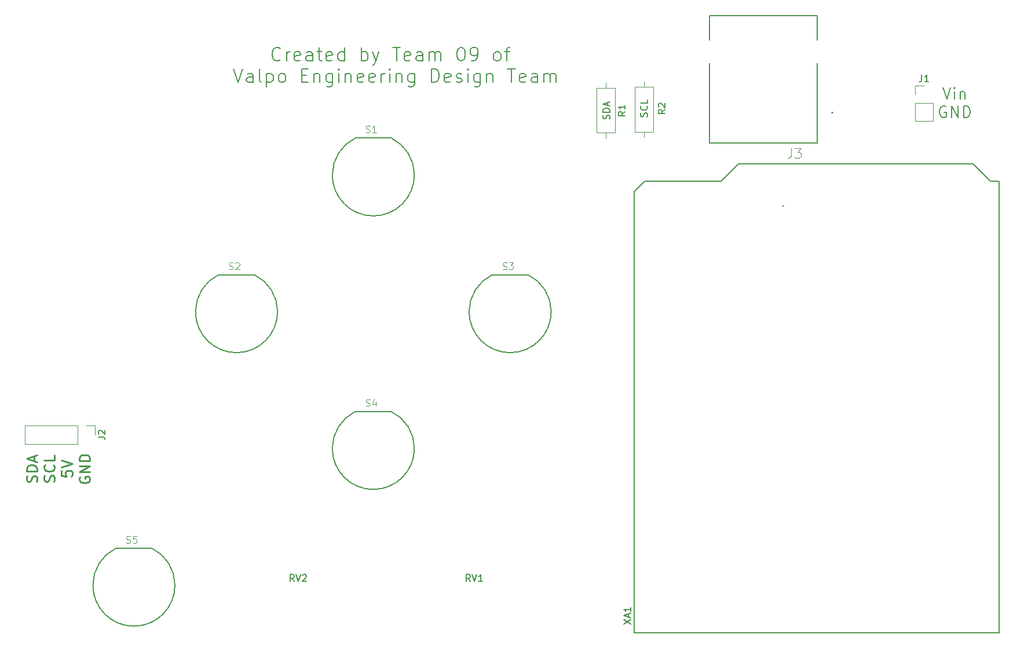
<source format=gbr>
G04 #@! TF.GenerationSoftware,KiCad,Pcbnew,(5.1.6)-1*
G04 #@! TF.CreationDate,2021-03-30T14:44:56-05:00*
G04 #@! TF.ProjectId,UIpcb,55497063-622e-46b6-9963-61645f706362,rev?*
G04 #@! TF.SameCoordinates,Original*
G04 #@! TF.FileFunction,Legend,Top*
G04 #@! TF.FilePolarity,Positive*
%FSLAX46Y46*%
G04 Gerber Fmt 4.6, Leading zero omitted, Abs format (unit mm)*
G04 Created by KiCad (PCBNEW (5.1.6)-1) date 2021-03-30 14:44:56*
%MOMM*%
%LPD*%
G01*
G04 APERTURE LIST*
%ADD10C,0.150000*%
%ADD11C,0.250000*%
%ADD12C,0.120000*%
%ADD13C,0.127000*%
%ADD14C,0.200000*%
%ADD15C,0.015000*%
G04 APERTURE END LIST*
D10*
X111440476Y-53139285D02*
X111345238Y-53234523D01*
X111059523Y-53329761D01*
X110869047Y-53329761D01*
X110583333Y-53234523D01*
X110392857Y-53044047D01*
X110297619Y-52853571D01*
X110202380Y-52472619D01*
X110202380Y-52186904D01*
X110297619Y-51805952D01*
X110392857Y-51615476D01*
X110583333Y-51425000D01*
X110869047Y-51329761D01*
X111059523Y-51329761D01*
X111345238Y-51425000D01*
X111440476Y-51520238D01*
X112297619Y-53329761D02*
X112297619Y-51996428D01*
X112297619Y-52377380D02*
X112392857Y-52186904D01*
X112488095Y-52091666D01*
X112678571Y-51996428D01*
X112869047Y-51996428D01*
X114297619Y-53234523D02*
X114107142Y-53329761D01*
X113726190Y-53329761D01*
X113535714Y-53234523D01*
X113440476Y-53044047D01*
X113440476Y-52282142D01*
X113535714Y-52091666D01*
X113726190Y-51996428D01*
X114107142Y-51996428D01*
X114297619Y-52091666D01*
X114392857Y-52282142D01*
X114392857Y-52472619D01*
X113440476Y-52663095D01*
X116107142Y-53329761D02*
X116107142Y-52282142D01*
X116011904Y-52091666D01*
X115821428Y-51996428D01*
X115440476Y-51996428D01*
X115250000Y-52091666D01*
X116107142Y-53234523D02*
X115916666Y-53329761D01*
X115440476Y-53329761D01*
X115250000Y-53234523D01*
X115154761Y-53044047D01*
X115154761Y-52853571D01*
X115250000Y-52663095D01*
X115440476Y-52567857D01*
X115916666Y-52567857D01*
X116107142Y-52472619D01*
X116773809Y-51996428D02*
X117535714Y-51996428D01*
X117059523Y-51329761D02*
X117059523Y-53044047D01*
X117154761Y-53234523D01*
X117345238Y-53329761D01*
X117535714Y-53329761D01*
X118964285Y-53234523D02*
X118773809Y-53329761D01*
X118392857Y-53329761D01*
X118202380Y-53234523D01*
X118107142Y-53044047D01*
X118107142Y-52282142D01*
X118202380Y-52091666D01*
X118392857Y-51996428D01*
X118773809Y-51996428D01*
X118964285Y-52091666D01*
X119059523Y-52282142D01*
X119059523Y-52472619D01*
X118107142Y-52663095D01*
X120773809Y-53329761D02*
X120773809Y-51329761D01*
X120773809Y-53234523D02*
X120583333Y-53329761D01*
X120202380Y-53329761D01*
X120011904Y-53234523D01*
X119916666Y-53139285D01*
X119821428Y-52948809D01*
X119821428Y-52377380D01*
X119916666Y-52186904D01*
X120011904Y-52091666D01*
X120202380Y-51996428D01*
X120583333Y-51996428D01*
X120773809Y-52091666D01*
X123250000Y-53329761D02*
X123250000Y-51329761D01*
X123250000Y-52091666D02*
X123440476Y-51996428D01*
X123821428Y-51996428D01*
X124011904Y-52091666D01*
X124107142Y-52186904D01*
X124202380Y-52377380D01*
X124202380Y-52948809D01*
X124107142Y-53139285D01*
X124011904Y-53234523D01*
X123821428Y-53329761D01*
X123440476Y-53329761D01*
X123250000Y-53234523D01*
X124869047Y-51996428D02*
X125345238Y-53329761D01*
X125821428Y-51996428D02*
X125345238Y-53329761D01*
X125154761Y-53805952D01*
X125059523Y-53901190D01*
X124869047Y-53996428D01*
X127821428Y-51329761D02*
X128964285Y-51329761D01*
X128392857Y-53329761D02*
X128392857Y-51329761D01*
X130392857Y-53234523D02*
X130202380Y-53329761D01*
X129821428Y-53329761D01*
X129630952Y-53234523D01*
X129535714Y-53044047D01*
X129535714Y-52282142D01*
X129630952Y-52091666D01*
X129821428Y-51996428D01*
X130202380Y-51996428D01*
X130392857Y-52091666D01*
X130488095Y-52282142D01*
X130488095Y-52472619D01*
X129535714Y-52663095D01*
X132202380Y-53329761D02*
X132202380Y-52282142D01*
X132107142Y-52091666D01*
X131916666Y-51996428D01*
X131535714Y-51996428D01*
X131345238Y-52091666D01*
X132202380Y-53234523D02*
X132011904Y-53329761D01*
X131535714Y-53329761D01*
X131345238Y-53234523D01*
X131250000Y-53044047D01*
X131250000Y-52853571D01*
X131345238Y-52663095D01*
X131535714Y-52567857D01*
X132011904Y-52567857D01*
X132202380Y-52472619D01*
X133154761Y-53329761D02*
X133154761Y-51996428D01*
X133154761Y-52186904D02*
X133250000Y-52091666D01*
X133440476Y-51996428D01*
X133726190Y-51996428D01*
X133916666Y-52091666D01*
X134011904Y-52282142D01*
X134011904Y-53329761D01*
X134011904Y-52282142D02*
X134107142Y-52091666D01*
X134297619Y-51996428D01*
X134583333Y-51996428D01*
X134773809Y-52091666D01*
X134869047Y-52282142D01*
X134869047Y-53329761D01*
X137726190Y-51329761D02*
X137916666Y-51329761D01*
X138107142Y-51425000D01*
X138202380Y-51520238D01*
X138297619Y-51710714D01*
X138392857Y-52091666D01*
X138392857Y-52567857D01*
X138297619Y-52948809D01*
X138202380Y-53139285D01*
X138107142Y-53234523D01*
X137916666Y-53329761D01*
X137726190Y-53329761D01*
X137535714Y-53234523D01*
X137440476Y-53139285D01*
X137345238Y-52948809D01*
X137250000Y-52567857D01*
X137250000Y-52091666D01*
X137345238Y-51710714D01*
X137440476Y-51520238D01*
X137535714Y-51425000D01*
X137726190Y-51329761D01*
X139345238Y-53329761D02*
X139726190Y-53329761D01*
X139916666Y-53234523D01*
X140011904Y-53139285D01*
X140202380Y-52853571D01*
X140297619Y-52472619D01*
X140297619Y-51710714D01*
X140202380Y-51520238D01*
X140107142Y-51425000D01*
X139916666Y-51329761D01*
X139535714Y-51329761D01*
X139345238Y-51425000D01*
X139250000Y-51520238D01*
X139154761Y-51710714D01*
X139154761Y-52186904D01*
X139250000Y-52377380D01*
X139345238Y-52472619D01*
X139535714Y-52567857D01*
X139916666Y-52567857D01*
X140107142Y-52472619D01*
X140202380Y-52377380D01*
X140297619Y-52186904D01*
X142964285Y-53329761D02*
X142773809Y-53234523D01*
X142678571Y-53139285D01*
X142583333Y-52948809D01*
X142583333Y-52377380D01*
X142678571Y-52186904D01*
X142773809Y-52091666D01*
X142964285Y-51996428D01*
X143250000Y-51996428D01*
X143440476Y-52091666D01*
X143535714Y-52186904D01*
X143630952Y-52377380D01*
X143630952Y-52948809D01*
X143535714Y-53139285D01*
X143440476Y-53234523D01*
X143250000Y-53329761D01*
X142964285Y-53329761D01*
X144202380Y-51996428D02*
X144964285Y-51996428D01*
X144488095Y-53329761D02*
X144488095Y-51615476D01*
X144583333Y-51425000D01*
X144773809Y-51329761D01*
X144964285Y-51329761D01*
X104535714Y-54479761D02*
X105202380Y-56479761D01*
X105869047Y-54479761D01*
X107392857Y-56479761D02*
X107392857Y-55432142D01*
X107297619Y-55241666D01*
X107107142Y-55146428D01*
X106726190Y-55146428D01*
X106535714Y-55241666D01*
X107392857Y-56384523D02*
X107202380Y-56479761D01*
X106726190Y-56479761D01*
X106535714Y-56384523D01*
X106440476Y-56194047D01*
X106440476Y-56003571D01*
X106535714Y-55813095D01*
X106726190Y-55717857D01*
X107202380Y-55717857D01*
X107392857Y-55622619D01*
X108630952Y-56479761D02*
X108440476Y-56384523D01*
X108345238Y-56194047D01*
X108345238Y-54479761D01*
X109392857Y-55146428D02*
X109392857Y-57146428D01*
X109392857Y-55241666D02*
X109583333Y-55146428D01*
X109964285Y-55146428D01*
X110154761Y-55241666D01*
X110250000Y-55336904D01*
X110345238Y-55527380D01*
X110345238Y-56098809D01*
X110250000Y-56289285D01*
X110154761Y-56384523D01*
X109964285Y-56479761D01*
X109583333Y-56479761D01*
X109392857Y-56384523D01*
X111488095Y-56479761D02*
X111297619Y-56384523D01*
X111202380Y-56289285D01*
X111107142Y-56098809D01*
X111107142Y-55527380D01*
X111202380Y-55336904D01*
X111297619Y-55241666D01*
X111488095Y-55146428D01*
X111773809Y-55146428D01*
X111964285Y-55241666D01*
X112059523Y-55336904D01*
X112154761Y-55527380D01*
X112154761Y-56098809D01*
X112059523Y-56289285D01*
X111964285Y-56384523D01*
X111773809Y-56479761D01*
X111488095Y-56479761D01*
X114535714Y-55432142D02*
X115202380Y-55432142D01*
X115488095Y-56479761D02*
X114535714Y-56479761D01*
X114535714Y-54479761D01*
X115488095Y-54479761D01*
X116345238Y-55146428D02*
X116345238Y-56479761D01*
X116345238Y-55336904D02*
X116440476Y-55241666D01*
X116630952Y-55146428D01*
X116916666Y-55146428D01*
X117107142Y-55241666D01*
X117202380Y-55432142D01*
X117202380Y-56479761D01*
X119011904Y-55146428D02*
X119011904Y-56765476D01*
X118916666Y-56955952D01*
X118821428Y-57051190D01*
X118630952Y-57146428D01*
X118345238Y-57146428D01*
X118154761Y-57051190D01*
X119011904Y-56384523D02*
X118821428Y-56479761D01*
X118440476Y-56479761D01*
X118250000Y-56384523D01*
X118154761Y-56289285D01*
X118059523Y-56098809D01*
X118059523Y-55527380D01*
X118154761Y-55336904D01*
X118250000Y-55241666D01*
X118440476Y-55146428D01*
X118821428Y-55146428D01*
X119011904Y-55241666D01*
X119964285Y-56479761D02*
X119964285Y-55146428D01*
X119964285Y-54479761D02*
X119869047Y-54575000D01*
X119964285Y-54670238D01*
X120059523Y-54575000D01*
X119964285Y-54479761D01*
X119964285Y-54670238D01*
X120916666Y-55146428D02*
X120916666Y-56479761D01*
X120916666Y-55336904D02*
X121011904Y-55241666D01*
X121202380Y-55146428D01*
X121488095Y-55146428D01*
X121678571Y-55241666D01*
X121773809Y-55432142D01*
X121773809Y-56479761D01*
X123488095Y-56384523D02*
X123297619Y-56479761D01*
X122916666Y-56479761D01*
X122726190Y-56384523D01*
X122630952Y-56194047D01*
X122630952Y-55432142D01*
X122726190Y-55241666D01*
X122916666Y-55146428D01*
X123297619Y-55146428D01*
X123488095Y-55241666D01*
X123583333Y-55432142D01*
X123583333Y-55622619D01*
X122630952Y-55813095D01*
X125202380Y-56384523D02*
X125011904Y-56479761D01*
X124630952Y-56479761D01*
X124440476Y-56384523D01*
X124345238Y-56194047D01*
X124345238Y-55432142D01*
X124440476Y-55241666D01*
X124630952Y-55146428D01*
X125011904Y-55146428D01*
X125202380Y-55241666D01*
X125297619Y-55432142D01*
X125297619Y-55622619D01*
X124345238Y-55813095D01*
X126154761Y-56479761D02*
X126154761Y-55146428D01*
X126154761Y-55527380D02*
X126249999Y-55336904D01*
X126345238Y-55241666D01*
X126535714Y-55146428D01*
X126726190Y-55146428D01*
X127392857Y-56479761D02*
X127392857Y-55146428D01*
X127392857Y-54479761D02*
X127297619Y-54575000D01*
X127392857Y-54670238D01*
X127488095Y-54575000D01*
X127392857Y-54479761D01*
X127392857Y-54670238D01*
X128345238Y-55146428D02*
X128345238Y-56479761D01*
X128345238Y-55336904D02*
X128440476Y-55241666D01*
X128630952Y-55146428D01*
X128916666Y-55146428D01*
X129107142Y-55241666D01*
X129202380Y-55432142D01*
X129202380Y-56479761D01*
X131011904Y-55146428D02*
X131011904Y-56765476D01*
X130916666Y-56955952D01*
X130821428Y-57051190D01*
X130630952Y-57146428D01*
X130345238Y-57146428D01*
X130154761Y-57051190D01*
X131011904Y-56384523D02*
X130821428Y-56479761D01*
X130440476Y-56479761D01*
X130249999Y-56384523D01*
X130154761Y-56289285D01*
X130059523Y-56098809D01*
X130059523Y-55527380D01*
X130154761Y-55336904D01*
X130249999Y-55241666D01*
X130440476Y-55146428D01*
X130821428Y-55146428D01*
X131011904Y-55241666D01*
X133488095Y-56479761D02*
X133488095Y-54479761D01*
X133964285Y-54479761D01*
X134250000Y-54575000D01*
X134440476Y-54765476D01*
X134535714Y-54955952D01*
X134630952Y-55336904D01*
X134630952Y-55622619D01*
X134535714Y-56003571D01*
X134440476Y-56194047D01*
X134250000Y-56384523D01*
X133964285Y-56479761D01*
X133488095Y-56479761D01*
X136250000Y-56384523D02*
X136059523Y-56479761D01*
X135678571Y-56479761D01*
X135488095Y-56384523D01*
X135392857Y-56194047D01*
X135392857Y-55432142D01*
X135488095Y-55241666D01*
X135678571Y-55146428D01*
X136059523Y-55146428D01*
X136250000Y-55241666D01*
X136345238Y-55432142D01*
X136345238Y-55622619D01*
X135392857Y-55813095D01*
X137107142Y-56384523D02*
X137297619Y-56479761D01*
X137678571Y-56479761D01*
X137869047Y-56384523D01*
X137964285Y-56194047D01*
X137964285Y-56098809D01*
X137869047Y-55908333D01*
X137678571Y-55813095D01*
X137392857Y-55813095D01*
X137202380Y-55717857D01*
X137107142Y-55527380D01*
X137107142Y-55432142D01*
X137202380Y-55241666D01*
X137392857Y-55146428D01*
X137678571Y-55146428D01*
X137869047Y-55241666D01*
X138821428Y-56479761D02*
X138821428Y-55146428D01*
X138821428Y-54479761D02*
X138726190Y-54575000D01*
X138821428Y-54670238D01*
X138916666Y-54575000D01*
X138821428Y-54479761D01*
X138821428Y-54670238D01*
X140630952Y-55146428D02*
X140630952Y-56765476D01*
X140535714Y-56955952D01*
X140440476Y-57051190D01*
X140250000Y-57146428D01*
X139964285Y-57146428D01*
X139773809Y-57051190D01*
X140630952Y-56384523D02*
X140440476Y-56479761D01*
X140059523Y-56479761D01*
X139869047Y-56384523D01*
X139773809Y-56289285D01*
X139678571Y-56098809D01*
X139678571Y-55527380D01*
X139773809Y-55336904D01*
X139869047Y-55241666D01*
X140059523Y-55146428D01*
X140440476Y-55146428D01*
X140630952Y-55241666D01*
X141583333Y-55146428D02*
X141583333Y-56479761D01*
X141583333Y-55336904D02*
X141678571Y-55241666D01*
X141869047Y-55146428D01*
X142154761Y-55146428D01*
X142345238Y-55241666D01*
X142440476Y-55432142D01*
X142440476Y-56479761D01*
X144630952Y-54479761D02*
X145773809Y-54479761D01*
X145202380Y-56479761D02*
X145202380Y-54479761D01*
X147202380Y-56384523D02*
X147011904Y-56479761D01*
X146630952Y-56479761D01*
X146440476Y-56384523D01*
X146345238Y-56194047D01*
X146345238Y-55432142D01*
X146440476Y-55241666D01*
X146630952Y-55146428D01*
X147011904Y-55146428D01*
X147202380Y-55241666D01*
X147297619Y-55432142D01*
X147297619Y-55622619D01*
X146345238Y-55813095D01*
X149011904Y-56479761D02*
X149011904Y-55432142D01*
X148916666Y-55241666D01*
X148726190Y-55146428D01*
X148345238Y-55146428D01*
X148154761Y-55241666D01*
X149011904Y-56384523D02*
X148821428Y-56479761D01*
X148345238Y-56479761D01*
X148154761Y-56384523D01*
X148059523Y-56194047D01*
X148059523Y-56003571D01*
X148154761Y-55813095D01*
X148345238Y-55717857D01*
X148821428Y-55717857D01*
X149011904Y-55622619D01*
X149964285Y-56479761D02*
X149964285Y-55146428D01*
X149964285Y-55336904D02*
X150059523Y-55241666D01*
X150249999Y-55146428D01*
X150535714Y-55146428D01*
X150726190Y-55241666D01*
X150821428Y-55432142D01*
X150821428Y-56479761D01*
X150821428Y-55432142D02*
X150916666Y-55241666D01*
X151107142Y-55146428D01*
X151392857Y-55146428D01*
X151583333Y-55241666D01*
X151678571Y-55432142D01*
X151678571Y-56479761D01*
X208259523Y-57219047D02*
X208826190Y-58919047D01*
X209392857Y-57219047D01*
X209959523Y-58919047D02*
X209959523Y-57785714D01*
X209959523Y-57219047D02*
X209878571Y-57300000D01*
X209959523Y-57380952D01*
X210040476Y-57300000D01*
X209959523Y-57219047D01*
X209959523Y-57380952D01*
X210769047Y-57785714D02*
X210769047Y-58919047D01*
X210769047Y-57947619D02*
X210850000Y-57866666D01*
X211011904Y-57785714D01*
X211254761Y-57785714D01*
X211416666Y-57866666D01*
X211497619Y-58028571D01*
X211497619Y-58919047D01*
X208704761Y-60000000D02*
X208542857Y-59919047D01*
X208300000Y-59919047D01*
X208057142Y-60000000D01*
X207895238Y-60161904D01*
X207814285Y-60323809D01*
X207733333Y-60647619D01*
X207733333Y-60890476D01*
X207814285Y-61214285D01*
X207895238Y-61376190D01*
X208057142Y-61538095D01*
X208300000Y-61619047D01*
X208461904Y-61619047D01*
X208704761Y-61538095D01*
X208785714Y-61457142D01*
X208785714Y-60890476D01*
X208461904Y-60890476D01*
X209514285Y-61619047D02*
X209514285Y-59919047D01*
X210485714Y-61619047D01*
X210485714Y-59919047D01*
X211295238Y-61619047D02*
X211295238Y-59919047D01*
X211700000Y-59919047D01*
X211942857Y-60000000D01*
X212104761Y-60161904D01*
X212185714Y-60323809D01*
X212266666Y-60647619D01*
X212266666Y-60890476D01*
X212185714Y-61214285D01*
X212104761Y-61376190D01*
X211942857Y-61538095D01*
X211700000Y-61619047D01*
X211295238Y-61619047D01*
X159504761Y-61814285D02*
X159552380Y-61671428D01*
X159552380Y-61433333D01*
X159504761Y-61338095D01*
X159457142Y-61290476D01*
X159361904Y-61242857D01*
X159266666Y-61242857D01*
X159171428Y-61290476D01*
X159123809Y-61338095D01*
X159076190Y-61433333D01*
X159028571Y-61623809D01*
X158980952Y-61719047D01*
X158933333Y-61766666D01*
X158838095Y-61814285D01*
X158742857Y-61814285D01*
X158647619Y-61766666D01*
X158600000Y-61719047D01*
X158552380Y-61623809D01*
X158552380Y-61385714D01*
X158600000Y-61242857D01*
X159552380Y-60814285D02*
X158552380Y-60814285D01*
X158552380Y-60576190D01*
X158600000Y-60433333D01*
X158695238Y-60338095D01*
X158790476Y-60290476D01*
X158980952Y-60242857D01*
X159123809Y-60242857D01*
X159314285Y-60290476D01*
X159409523Y-60338095D01*
X159504761Y-60433333D01*
X159552380Y-60576190D01*
X159552380Y-60814285D01*
X159266666Y-59861904D02*
X159266666Y-59385714D01*
X159552380Y-59957142D02*
X158552380Y-59623809D01*
X159552380Y-59290476D01*
X165004761Y-61490476D02*
X165052380Y-61347619D01*
X165052380Y-61109523D01*
X165004761Y-61014285D01*
X164957142Y-60966666D01*
X164861904Y-60919047D01*
X164766666Y-60919047D01*
X164671428Y-60966666D01*
X164623809Y-61014285D01*
X164576190Y-61109523D01*
X164528571Y-61300000D01*
X164480952Y-61395238D01*
X164433333Y-61442857D01*
X164338095Y-61490476D01*
X164242857Y-61490476D01*
X164147619Y-61442857D01*
X164100000Y-61395238D01*
X164052380Y-61300000D01*
X164052380Y-61061904D01*
X164100000Y-60919047D01*
X164957142Y-59919047D02*
X165004761Y-59966666D01*
X165052380Y-60109523D01*
X165052380Y-60204761D01*
X165004761Y-60347619D01*
X164909523Y-60442857D01*
X164814285Y-60490476D01*
X164623809Y-60538095D01*
X164480952Y-60538095D01*
X164290476Y-60490476D01*
X164195238Y-60442857D01*
X164100000Y-60347619D01*
X164052380Y-60204761D01*
X164052380Y-60109523D01*
X164100000Y-59966666D01*
X164147619Y-59919047D01*
X165052380Y-59014285D02*
X165052380Y-59490476D01*
X164052380Y-59490476D01*
D11*
X75764880Y-114882142D02*
X75838690Y-114660714D01*
X75838690Y-114291666D01*
X75764880Y-114144047D01*
X75691071Y-114070238D01*
X75543452Y-113996428D01*
X75395833Y-113996428D01*
X75248214Y-114070238D01*
X75174404Y-114144047D01*
X75100595Y-114291666D01*
X75026785Y-114586904D01*
X74952976Y-114734523D01*
X74879166Y-114808333D01*
X74731547Y-114882142D01*
X74583928Y-114882142D01*
X74436309Y-114808333D01*
X74362500Y-114734523D01*
X74288690Y-114586904D01*
X74288690Y-114217857D01*
X74362500Y-113996428D01*
X75838690Y-113332142D02*
X74288690Y-113332142D01*
X74288690Y-112963095D01*
X74362500Y-112741666D01*
X74510119Y-112594047D01*
X74657738Y-112520238D01*
X74952976Y-112446428D01*
X75174404Y-112446428D01*
X75469642Y-112520238D01*
X75617261Y-112594047D01*
X75764880Y-112741666D01*
X75838690Y-112963095D01*
X75838690Y-113332142D01*
X75395833Y-111855952D02*
X75395833Y-111117857D01*
X75838690Y-112003571D02*
X74288690Y-111486904D01*
X75838690Y-110970238D01*
X78339880Y-114845238D02*
X78413690Y-114623809D01*
X78413690Y-114254761D01*
X78339880Y-114107142D01*
X78266071Y-114033333D01*
X78118452Y-113959523D01*
X77970833Y-113959523D01*
X77823214Y-114033333D01*
X77749404Y-114107142D01*
X77675595Y-114254761D01*
X77601785Y-114550000D01*
X77527976Y-114697619D01*
X77454166Y-114771428D01*
X77306547Y-114845238D01*
X77158928Y-114845238D01*
X77011309Y-114771428D01*
X76937500Y-114697619D01*
X76863690Y-114550000D01*
X76863690Y-114180952D01*
X76937500Y-113959523D01*
X78266071Y-112409523D02*
X78339880Y-112483333D01*
X78413690Y-112704761D01*
X78413690Y-112852380D01*
X78339880Y-113073809D01*
X78192261Y-113221428D01*
X78044642Y-113295238D01*
X77749404Y-113369047D01*
X77527976Y-113369047D01*
X77232738Y-113295238D01*
X77085119Y-113221428D01*
X76937500Y-113073809D01*
X76863690Y-112852380D01*
X76863690Y-112704761D01*
X76937500Y-112483333D01*
X77011309Y-112409523D01*
X78413690Y-111007142D02*
X78413690Y-111745238D01*
X76863690Y-111745238D01*
X79438690Y-113295238D02*
X79438690Y-114033333D01*
X80176785Y-114107142D01*
X80102976Y-114033333D01*
X80029166Y-113885714D01*
X80029166Y-113516666D01*
X80102976Y-113369047D01*
X80176785Y-113295238D01*
X80324404Y-113221428D01*
X80693452Y-113221428D01*
X80841071Y-113295238D01*
X80914880Y-113369047D01*
X80988690Y-113516666D01*
X80988690Y-113885714D01*
X80914880Y-114033333D01*
X80841071Y-114107142D01*
X79438690Y-112778571D02*
X80988690Y-112261904D01*
X79438690Y-111745238D01*
X82087500Y-114180952D02*
X82013690Y-114328571D01*
X82013690Y-114550000D01*
X82087500Y-114771428D01*
X82235119Y-114919047D01*
X82382738Y-114992857D01*
X82677976Y-115066666D01*
X82899404Y-115066666D01*
X83194642Y-114992857D01*
X83342261Y-114919047D01*
X83489880Y-114771428D01*
X83563690Y-114550000D01*
X83563690Y-114402380D01*
X83489880Y-114180952D01*
X83416071Y-114107142D01*
X82899404Y-114107142D01*
X82899404Y-114402380D01*
X83563690Y-113442857D02*
X82013690Y-113442857D01*
X83563690Y-112557142D01*
X82013690Y-112557142D01*
X83563690Y-111819047D02*
X82013690Y-111819047D01*
X82013690Y-111450000D01*
X82087500Y-111228571D01*
X82235119Y-111080952D01*
X82382738Y-111007142D01*
X82677976Y-110933333D01*
X82899404Y-110933333D01*
X83194642Y-111007142D01*
X83342261Y-111080952D01*
X83489880Y-111228571D01*
X83563690Y-111450000D01*
X83563690Y-111819047D01*
D12*
X74050000Y-106670000D02*
X74050000Y-109330000D01*
X81730000Y-106670000D02*
X74050000Y-106670000D01*
X81730000Y-109330000D02*
X74050000Y-109330000D01*
X81730000Y-106670000D02*
X81730000Y-109330000D01*
X83000000Y-106670000D02*
X84330000Y-106670000D01*
X84330000Y-106670000D02*
X84330000Y-108000000D01*
X163180000Y-63690000D02*
X165920000Y-63690000D01*
X165920000Y-63690000D02*
X165920000Y-57150000D01*
X165920000Y-57150000D02*
X163180000Y-57150000D01*
X163180000Y-57150000D02*
X163180000Y-63690000D01*
X164550000Y-64460000D02*
X164550000Y-63690000D01*
X164550000Y-56380000D02*
X164550000Y-57150000D01*
X160370000Y-57310000D02*
X157630000Y-57310000D01*
X157630000Y-57310000D02*
X157630000Y-63850000D01*
X157630000Y-63850000D02*
X160370000Y-63850000D01*
X160370000Y-63850000D02*
X160370000Y-57310000D01*
X159000000Y-56540000D02*
X159000000Y-57310000D01*
X159000000Y-64620000D02*
X159000000Y-63850000D01*
D10*
X163160000Y-137000000D02*
X216500000Y-137000000D01*
X175860000Y-70960000D02*
X164684000Y-70960000D01*
X178400000Y-68420000D02*
X175860000Y-70960000D01*
X212690000Y-68420000D02*
X178400000Y-68420000D01*
X215230000Y-70960000D02*
X212690000Y-68420000D01*
X216500000Y-70960000D02*
X215230000Y-70960000D01*
X163160000Y-72484000D02*
X164684000Y-70960000D01*
X216500000Y-137000000D02*
X216500000Y-70960000D01*
X163160000Y-137000000D02*
X163160000Y-72484000D01*
D13*
X87385000Y-124600000D02*
X92615000Y-124600000D01*
X84000000Y-130000000D02*
G75*
G02*
X87385000Y-124600000I6000693J-599D01*
G01*
X96000000Y-130000000D02*
G75*
G03*
X92615000Y-124600000I-6003218J-2181D01*
G01*
X84000000Y-130000000D02*
G75*
G03*
X96000000Y-130000000I6000000J0D01*
G01*
X122385000Y-104600000D02*
X127615000Y-104600000D01*
X119000000Y-110000000D02*
G75*
G02*
X122385000Y-104600000I6000693J-599D01*
G01*
X131000000Y-110000000D02*
G75*
G03*
X127615000Y-104600000I-6003218J-2181D01*
G01*
X119000000Y-110000000D02*
G75*
G03*
X131000000Y-110000000I6000000J0D01*
G01*
X142385000Y-84600000D02*
X147615000Y-84600000D01*
X139000000Y-90000000D02*
G75*
G02*
X142385000Y-84600000I6000693J-599D01*
G01*
X151000000Y-90000000D02*
G75*
G03*
X147615000Y-84600000I-6003218J-2181D01*
G01*
X139000000Y-90000000D02*
G75*
G03*
X151000000Y-90000000I6000000J0D01*
G01*
X102385000Y-84600000D02*
X107615000Y-84600000D01*
X99000000Y-90000000D02*
G75*
G02*
X102385000Y-84600000I6000693J-599D01*
G01*
X111000000Y-90000000D02*
G75*
G03*
X107615000Y-84600000I-6003218J-2181D01*
G01*
X99000000Y-90000000D02*
G75*
G03*
X111000000Y-90000000I6000000J0D01*
G01*
X122385000Y-64600000D02*
X127615000Y-64600000D01*
X119000000Y-70000000D02*
G75*
G02*
X122385000Y-64600000I6000693J-599D01*
G01*
X131000000Y-70000000D02*
G75*
G03*
X127615000Y-64600000I-6003218J-2181D01*
G01*
X119000000Y-70000000D02*
G75*
G03*
X131000000Y-70000000I6000000J0D01*
G01*
X189900000Y-53620000D02*
X189900000Y-65300000D01*
X189900000Y-65300000D02*
X174100000Y-65300000D01*
X174100000Y-65300000D02*
X174100000Y-53620000D01*
X174100000Y-46700000D02*
X189900000Y-46700000D01*
X189900000Y-46700000D02*
X189900000Y-50280000D01*
X174100000Y-50280000D02*
X174100000Y-46700000D01*
D14*
X192210000Y-60900000D02*
G75*
G03*
X192210000Y-60900000I-100000J0D01*
G01*
D12*
X204170000Y-62120000D02*
X206830000Y-62120000D01*
X204170000Y-59520000D02*
X204170000Y-62120000D01*
X206830000Y-59520000D02*
X206830000Y-62120000D01*
X204170000Y-59520000D02*
X206830000Y-59520000D01*
X204170000Y-58250000D02*
X204170000Y-56920000D01*
X204170000Y-56920000D02*
X205500000Y-56920000D01*
D10*
X113404761Y-129452380D02*
X113071428Y-128976190D01*
X112833333Y-129452380D02*
X112833333Y-128452380D01*
X113214285Y-128452380D01*
X113309523Y-128500000D01*
X113357142Y-128547619D01*
X113404761Y-128642857D01*
X113404761Y-128785714D01*
X113357142Y-128880952D01*
X113309523Y-128928571D01*
X113214285Y-128976190D01*
X112833333Y-128976190D01*
X113690476Y-128452380D02*
X114023809Y-129452380D01*
X114357142Y-128452380D01*
X114642857Y-128547619D02*
X114690476Y-128500000D01*
X114785714Y-128452380D01*
X115023809Y-128452380D01*
X115119047Y-128500000D01*
X115166666Y-128547619D01*
X115214285Y-128642857D01*
X115214285Y-128738095D01*
X115166666Y-128880952D01*
X114595238Y-129452380D01*
X115214285Y-129452380D01*
X139154761Y-129452380D02*
X138821428Y-128976190D01*
X138583333Y-129452380D02*
X138583333Y-128452380D01*
X138964285Y-128452380D01*
X139059523Y-128500000D01*
X139107142Y-128547619D01*
X139154761Y-128642857D01*
X139154761Y-128785714D01*
X139107142Y-128880952D01*
X139059523Y-128928571D01*
X138964285Y-128976190D01*
X138583333Y-128976190D01*
X139440476Y-128452380D02*
X139773809Y-129452380D01*
X140107142Y-128452380D01*
X140964285Y-129452380D02*
X140392857Y-129452380D01*
X140678571Y-129452380D02*
X140678571Y-128452380D01*
X140583333Y-128595238D01*
X140488095Y-128690476D01*
X140392857Y-128738095D01*
X84782380Y-108333333D02*
X85496666Y-108333333D01*
X85639523Y-108380952D01*
X85734761Y-108476190D01*
X85782380Y-108619047D01*
X85782380Y-108714285D01*
X84877619Y-107904761D02*
X84830000Y-107857142D01*
X84782380Y-107761904D01*
X84782380Y-107523809D01*
X84830000Y-107428571D01*
X84877619Y-107380952D01*
X84972857Y-107333333D01*
X85068095Y-107333333D01*
X85210952Y-107380952D01*
X85782380Y-107952380D01*
X85782380Y-107333333D01*
X167652380Y-60466666D02*
X167176190Y-60800000D01*
X167652380Y-61038095D02*
X166652380Y-61038095D01*
X166652380Y-60657142D01*
X166700000Y-60561904D01*
X166747619Y-60514285D01*
X166842857Y-60466666D01*
X166985714Y-60466666D01*
X167080952Y-60514285D01*
X167128571Y-60561904D01*
X167176190Y-60657142D01*
X167176190Y-61038095D01*
X166747619Y-60085714D02*
X166700000Y-60038095D01*
X166652380Y-59942857D01*
X166652380Y-59704761D01*
X166700000Y-59609523D01*
X166747619Y-59561904D01*
X166842857Y-59514285D01*
X166938095Y-59514285D01*
X167080952Y-59561904D01*
X167652380Y-60133333D01*
X167652380Y-59514285D01*
X161822380Y-60746666D02*
X161346190Y-61080000D01*
X161822380Y-61318095D02*
X160822380Y-61318095D01*
X160822380Y-60937142D01*
X160870000Y-60841904D01*
X160917619Y-60794285D01*
X161012857Y-60746666D01*
X161155714Y-60746666D01*
X161250952Y-60794285D01*
X161298571Y-60841904D01*
X161346190Y-60937142D01*
X161346190Y-61318095D01*
X161822380Y-59794285D02*
X161822380Y-60365714D01*
X161822380Y-60080000D02*
X160822380Y-60080000D01*
X160965238Y-60175238D01*
X161060476Y-60270476D01*
X161108095Y-60365714D01*
X161596380Y-135698095D02*
X162596380Y-135031428D01*
X161596380Y-135031428D02*
X162596380Y-135698095D01*
X162310666Y-134698095D02*
X162310666Y-134221904D01*
X162596380Y-134793333D02*
X161596380Y-134460000D01*
X162596380Y-134126666D01*
X162596380Y-133269523D02*
X162596380Y-133840952D01*
X162596380Y-133555238D02*
X161596380Y-133555238D01*
X161739238Y-133650476D01*
X161834476Y-133745714D01*
X161882095Y-133840952D01*
X184853142Y-74516000D02*
X184900761Y-74468380D01*
X184948380Y-74516000D01*
X184900761Y-74563619D01*
X184853142Y-74516000D01*
X184948380Y-74516000D01*
D15*
X88913095Y-123769761D02*
X89055952Y-123817380D01*
X89294047Y-123817380D01*
X89389285Y-123769761D01*
X89436904Y-123722142D01*
X89484523Y-123626904D01*
X89484523Y-123531666D01*
X89436904Y-123436428D01*
X89389285Y-123388809D01*
X89294047Y-123341190D01*
X89103571Y-123293571D01*
X89008333Y-123245952D01*
X88960714Y-123198333D01*
X88913095Y-123103095D01*
X88913095Y-123007857D01*
X88960714Y-122912619D01*
X89008333Y-122865000D01*
X89103571Y-122817380D01*
X89341666Y-122817380D01*
X89484523Y-122865000D01*
X90389285Y-122817380D02*
X89913095Y-122817380D01*
X89865476Y-123293571D01*
X89913095Y-123245952D01*
X90008333Y-123198333D01*
X90246428Y-123198333D01*
X90341666Y-123245952D01*
X90389285Y-123293571D01*
X90436904Y-123388809D01*
X90436904Y-123626904D01*
X90389285Y-123722142D01*
X90341666Y-123769761D01*
X90246428Y-123817380D01*
X90008333Y-123817380D01*
X89913095Y-123769761D01*
X89865476Y-123722142D01*
X123913095Y-103769761D02*
X124055952Y-103817380D01*
X124294047Y-103817380D01*
X124389285Y-103769761D01*
X124436904Y-103722142D01*
X124484523Y-103626904D01*
X124484523Y-103531666D01*
X124436904Y-103436428D01*
X124389285Y-103388809D01*
X124294047Y-103341190D01*
X124103571Y-103293571D01*
X124008333Y-103245952D01*
X123960714Y-103198333D01*
X123913095Y-103103095D01*
X123913095Y-103007857D01*
X123960714Y-102912619D01*
X124008333Y-102865000D01*
X124103571Y-102817380D01*
X124341666Y-102817380D01*
X124484523Y-102865000D01*
X125341666Y-103150714D02*
X125341666Y-103817380D01*
X125103571Y-102769761D02*
X124865476Y-103484047D01*
X125484523Y-103484047D01*
X143913095Y-83769761D02*
X144055952Y-83817380D01*
X144294047Y-83817380D01*
X144389285Y-83769761D01*
X144436904Y-83722142D01*
X144484523Y-83626904D01*
X144484523Y-83531666D01*
X144436904Y-83436428D01*
X144389285Y-83388809D01*
X144294047Y-83341190D01*
X144103571Y-83293571D01*
X144008333Y-83245952D01*
X143960714Y-83198333D01*
X143913095Y-83103095D01*
X143913095Y-83007857D01*
X143960714Y-82912619D01*
X144008333Y-82865000D01*
X144103571Y-82817380D01*
X144341666Y-82817380D01*
X144484523Y-82865000D01*
X144817857Y-82817380D02*
X145436904Y-82817380D01*
X145103571Y-83198333D01*
X145246428Y-83198333D01*
X145341666Y-83245952D01*
X145389285Y-83293571D01*
X145436904Y-83388809D01*
X145436904Y-83626904D01*
X145389285Y-83722142D01*
X145341666Y-83769761D01*
X145246428Y-83817380D01*
X144960714Y-83817380D01*
X144865476Y-83769761D01*
X144817857Y-83722142D01*
X103913095Y-83769761D02*
X104055952Y-83817380D01*
X104294047Y-83817380D01*
X104389285Y-83769761D01*
X104436904Y-83722142D01*
X104484523Y-83626904D01*
X104484523Y-83531666D01*
X104436904Y-83436428D01*
X104389285Y-83388809D01*
X104294047Y-83341190D01*
X104103571Y-83293571D01*
X104008333Y-83245952D01*
X103960714Y-83198333D01*
X103913095Y-83103095D01*
X103913095Y-83007857D01*
X103960714Y-82912619D01*
X104008333Y-82865000D01*
X104103571Y-82817380D01*
X104341666Y-82817380D01*
X104484523Y-82865000D01*
X104865476Y-82912619D02*
X104913095Y-82865000D01*
X105008333Y-82817380D01*
X105246428Y-82817380D01*
X105341666Y-82865000D01*
X105389285Y-82912619D01*
X105436904Y-83007857D01*
X105436904Y-83103095D01*
X105389285Y-83245952D01*
X104817857Y-83817380D01*
X105436904Y-83817380D01*
X123913095Y-63769761D02*
X124055952Y-63817380D01*
X124294047Y-63817380D01*
X124389285Y-63769761D01*
X124436904Y-63722142D01*
X124484523Y-63626904D01*
X124484523Y-63531666D01*
X124436904Y-63436428D01*
X124389285Y-63388809D01*
X124294047Y-63341190D01*
X124103571Y-63293571D01*
X124008333Y-63245952D01*
X123960714Y-63198333D01*
X123913095Y-63103095D01*
X123913095Y-63007857D01*
X123960714Y-62912619D01*
X124008333Y-62865000D01*
X124103571Y-62817380D01*
X124341666Y-62817380D01*
X124484523Y-62865000D01*
X125436904Y-63817380D02*
X124865476Y-63817380D01*
X125151190Y-63817380D02*
X125151190Y-62817380D01*
X125055952Y-62960238D01*
X124960714Y-63055476D01*
X124865476Y-63103095D01*
X186088333Y-66122333D02*
X186088333Y-67122333D01*
X186021666Y-67322333D01*
X185888333Y-67455666D01*
X185688333Y-67522333D01*
X185555000Y-67522333D01*
X186621666Y-66122333D02*
X187488333Y-66122333D01*
X187021666Y-66655666D01*
X187221666Y-66655666D01*
X187355000Y-66722333D01*
X187421666Y-66789000D01*
X187488333Y-66922333D01*
X187488333Y-67255666D01*
X187421666Y-67389000D01*
X187355000Y-67455666D01*
X187221666Y-67522333D01*
X186821666Y-67522333D01*
X186688333Y-67455666D01*
X186621666Y-67389000D01*
D10*
X205166666Y-55372380D02*
X205166666Y-56086666D01*
X205119047Y-56229523D01*
X205023809Y-56324761D01*
X204880952Y-56372380D01*
X204785714Y-56372380D01*
X206166666Y-56372380D02*
X205595238Y-56372380D01*
X205880952Y-56372380D02*
X205880952Y-55372380D01*
X205785714Y-55515238D01*
X205690476Y-55610476D01*
X205595238Y-55658095D01*
M02*

</source>
